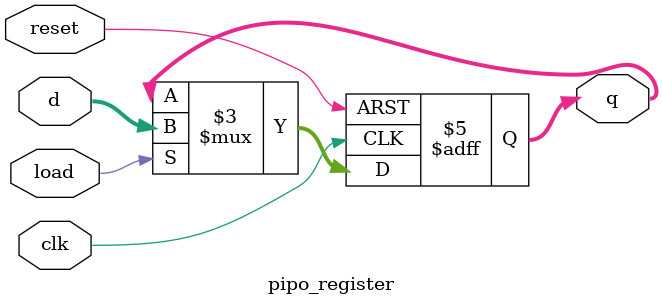
<source format=v>
`timescale 1ns / 1ps


module pipo_register(
    input clk,
    input reset,
    input load,
    input [3:0] d,
    output reg [3:0] q
);

always@(posedge clk or posedge reset)begin
    if(reset)begin
        q <=4'b0000; 
    end else if(load)
        q <= d;
    else 
        q <= q;
end

endmodule



</source>
